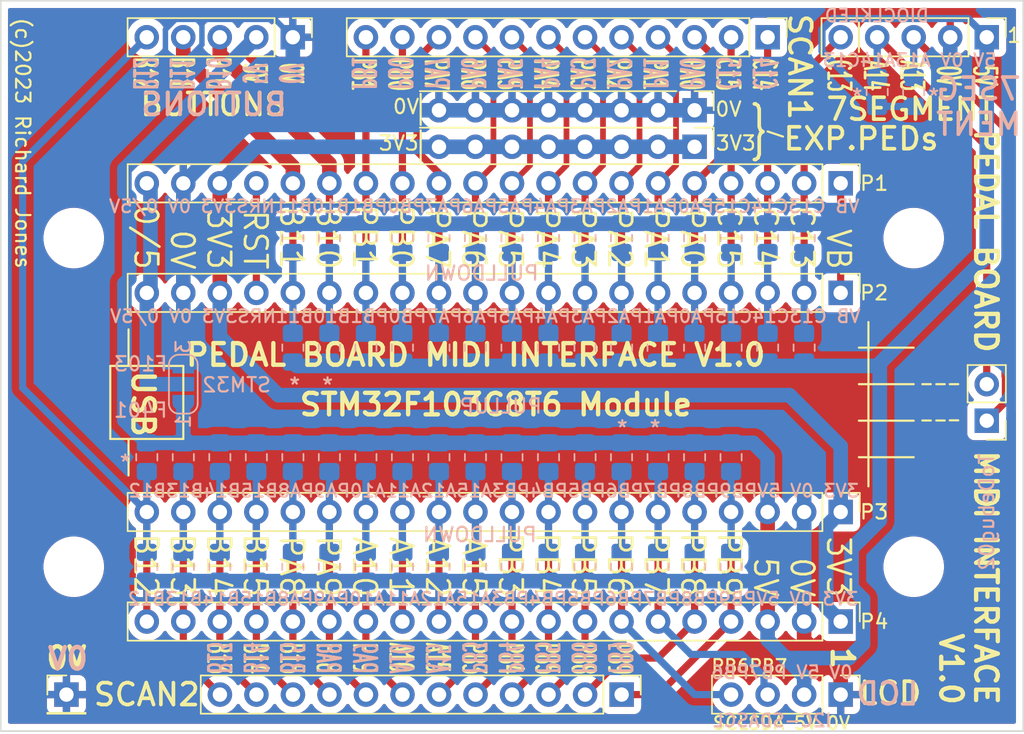
<source format=kicad_pcb>
(kicad_pcb (version 20211014) (generator pcbnew)
  (layers (0 "F.Cu" signal) (31 "B.Cu" signal) (34 "B.Paste" user) (35 "F.Paste" user) (36 "B.SilkS" user "B.Silkscreen") (37 "F.SilkS" user "F.Silkscreen") (38 "B.Mask" user) (39 "F.Mask" user) (44 "Edge.Cuts" user))
  (net 0 "")
  (net 1 "/_3V3")
  (net 2 "/_0V")
  (net 3 "/_5V")
  (net 4 "/B7")
  (net 5 "/B6")
  (net 6 "/_VBAT")
  (net 7 "/C13")
  (net 8 "/C14")
  (net 9 "/C15")
  (net 10 "/A0")
  (net 11 "/A1")
  (net 12 "/A2")
  (net 13 "/A3")
  (net 14 "/A4")
  (net 15 "/A5")
  (net 16 "/A6")
  (net 17 "/A7")
  (net 18 "/B0")
  (net 19 "/B1")
  (net 20 "/B10")
  (net 21 "/B11")
  (net 22 "/_NRST")
  (net 23 "Net-(P1-Pad20)")
  (net 24 "/B9")
  (net 25 "/B8")
  (net 26 "/B5")
  (net 27 "/B4")
  (net 28 "/B3")
  (net 29 "/A15")
  (net 30 "/A12")
  (net 31 "/A11")
  (net 32 "/A10")
  (net 33 "/A9")
  (net 34 "/A8")
  (net 35 "/B15")
  (net 36 "/B14")
  (net 37 "/B13")
  (net 38 "/B12")
  (net 39 "/A13")
  (net 40 "/A14")
  (footprint "Connector_PinHeader_2.54mm:PinHeader_1x20_P2.54mm_Vertical" (layer "F.Cu") (at 160.528 121.92 -90)
    (fp_text reference "P4")
    (fp_text value "Conn_01x20_Male" hide)
  )
  (footprint "Connector_PinHeader_2.54mm:PinHeader_1x04_P2.54mm_Vertical" (layer "F.Cu") (at 160.528 127 -90)
    (fp_text reference "LCD2" hide)
    (fp_text value "Conn_01x04_Male" hide)
  )
  (footprint "MountingHole:MountingHole_3.2mm_M3" (layer "F.Cu") (at 165.608 118.11 -90)
    (fp_text reference "H34" hide)
    (fp_text value "MountingHole" hide)
  )
  (footprint "Connector_PinHeader_2.54mm:PinHeader_1x20_P2.54mm_Vertical" (layer "F.Cu") (at 160.528 91.44 -90)
    (fp_text reference "P1")
    (fp_text value "Conn_01x20_Male" hide)
  )
  (footprint "Connector_PinHeader_2.54mm:PinHeader_1x20_P2.54mm_Vertical" (layer "F.Cu") (at 160.528 99.06 -90)
    (fp_text reference "P2")
    (fp_text value "Conn_01x20_Female" hide)
  )
  (footprint "Connector_PinHeader_2.54mm:PinHeader_1x08_P2.54mm_Vertical" (layer "F.Cu") (at 150.368 86.36 -90)
    (fp_text reference "V0" hide)
    (fp_text value "Conn_01x08_Male" hide)
  )
  (footprint "Connector_PinHeader_2.54mm:PinHeader_1x20_P2.54mm_Vertical" (layer "F.Cu") (at 160.528 114.3 -90)
    (fp_text reference "P3")
    (fp_text value "Conn_01x20_Female" hide)
  )
  (footprint "Connector_PinHeader_2.54mm:PinHeader_1x05_P2.54mm_Vertical" (layer "F.Cu") (at 122.423 81.28 -90)
    (fp_text reference "_Buttons1" hide)
    (fp_text value "Conn_01x05_Male" hide)
  )
  (footprint "Connector_PinHeader_2.54mm:PinHeader_1x08_P2.54mm_Vertical" (layer "F.Cu") (at 150.368 88.9 -90)
    (fp_text reference "3V3")
    (fp_text value "Conn_01x08_Male" hide)
  )
  (footprint "Connector_PinHeader_2.54mm:PinHeader_1x12_P2.54mm_Vertical" (layer "F.Cu") (at 155.448 81.28 -90)
    (fp_text reference "SCAN1" hide)
    (fp_text value "Conn_01x12_Male" hide)
  )
  (footprint "MountingHole:MountingHole_3.2mm_M3" (layer "F.Cu") (at 107.188 95.25 -90)
    (fp_text reference "H31" hide)
    (fp_text value "MountingHole" hide)
  )
  (footprint "MountingHole:MountingHole_3.2mm_M3" (layer "F.Cu") (at 165.608 95.25 -90)
    (fp_text reference "H32" hide)
    (fp_text value "MountingHole" hide)
  )
  (footprint "Connector_PinHeader_2.54mm:PinHeader_1x05_P2.54mm_Vertical" (layer "F.Cu") (at 170.688 81.28 -90)
    (fp_text reference "_SEG7" hide)
    (fp_text value "Conn_01x05_Male" hide)
  )
  (footprint "MountingHole:MountingHole_3.2mm_M3" (layer "F.Cu") (at 107.188 118.11 -90)
    (fp_text reference "H33" hide)
    (fp_text value "MountingHole" hide)
  )
  (footprint "Connector_PinHeader_2.54mm:PinHeader_1x01_P2.54mm_Vertical" (layer "F.Cu") (at 106.68 127)
    (fp_text reference "J0" hide)
    (fp_text value "Conn_01x01_Male" hide)
  )
  (footprint "Connector_PinHeader_2.54mm:PinHeader_1x12_P2.54mm_Vertical" (layer "F.Cu") (at 145.293 127 -90)
    (fp_text reference "SCAN2")
    (fp_text value "Conn_01x12_Male" hide)
  )
  (footprint "Connector_PinHeader_2.54mm:PinHeader_1x02_P2.54mm_Vertical" (layer "F.Cu") (at 170.688 107.95 180)
    (fp_text reference "ToDebug02")
    (fp_text value "Conn_01x02_Male" hide)
  )
  (footprint "Resistor_SMD:R_0805_2012Metric_Pad1.20x1.40mm_HandSolder" (layer "B.Cu") (at 152.908 118.11 90)
    (fp_text reference "RD48" hide)
    (fp_text value "4k7" hide)
  )
  (footprint "Resistor_SMD:R_0805_2012Metric_Pad1.20x1.40mm_HandSolder" (layer "B.Cu") (at 130.048 118.11 90)
    (fp_text reference "RD57" hide)
    (fp_text value "4k7" hide)
  )
  (footprint "Resistor_SMD:R_0805_2012Metric_Pad1.20x1.40mm_HandSolder" (layer "B.Cu") (at 124.968 95.25 -90)
    (fp_text reference "RD46" hide)
    (fp_text value "4k7" hide)
  )
  (footprint "Resistor_SMD:R_0805_2012Metric_Pad1.20x1.40mm_HandSolder" (layer "B.Cu") (at 124.968 110.49 -90)
    (fp_text reference "RU63" hide)
    (fp_text value "4k7" hide)
  )
  (footprint "Resistor_SMD:R_0805_2012Metric_Pad1.20x1.40mm_HandSolder" (layer "B.Cu") (at 150.368 102.87 90)
    (fp_text reference "RU38" hide)
    (fp_text value "4k7" hide)
  )
  (footprint "Resistor_SMD:R_0805_2012Metric_Pad1.20x1.40mm_HandSolder" (layer "B.Cu") (at 137.668 102.87 90)
    (fp_text reference "RU43" hide)
    (fp_text value "4k7" hide)
  )
  (footprint "Resistor_SMD:R_0805_2012Metric_Pad1.20x1.40mm_HandSolder" (layer "B.Cu") (at 127.508 118.11 90)
    (fp_text reference "RD58" hide)
    (fp_text value "4k7" hide)
  )
  (footprint "Resistor_SMD:R_0805_2012Metric_Pad1.20x1.40mm_HandSolder" (layer "B.Cu") (at 122.428 118.11 90)
    (fp_text reference "RD60" hide)
    (fp_text value "4k7" hide)
  )
  (footprint "Resistor_SMD:R_0805_2012Metric_Pad1.20x1.40mm_HandSolder" (layer "B.Cu") (at 132.588 95.25 -90)
    (fp_text reference "RD43" hide)
    (fp_text value "4k7" hide)
  )
  (footprint "Resistor_SMD:R_0805_2012Metric_Pad1.20x1.40mm_HandSolder" (layer "B.Cu") (at 147.828 118.11 90)
    (fp_text reference "RD50" hide)
    (fp_text value "4k7" hide)
  )
  (footprint "Resistor_SMD:R_0805_2012Metric_Pad1.20x1.40mm_HandSolder" (layer "B.Cu") (at 142.748 102.87 90)
    (fp_text reference "RU41" hide)
    (fp_text value "4k7" hide)
  )
  (footprint "Resistor_SMD:R_0805_2012Metric_Pad1.20x1.40mm_HandSolder" (layer "B.Cu") (at 145.288 102.87 90)
    (fp_text reference "RU40" hide)
    (fp_text value "4k7" hide)
  )
  (footprint "Resistor_SMD:R_0805_2012Metric_Pad1.20x1.40mm_HandSolder" (layer "B.Cu") (at 140.208 95.25 -90)
    (fp_text reference "RD40" hide)
    (fp_text value "4k7" hide)
  )
  (footprint "Resistor_SMD:R_0805_2012Metric_Pad1.20x1.40mm_HandSolder" (layer "B.Cu") (at 124.968 102.87 90)
    (fp_text reference "RU48" hide)
    (fp_text value "4k7*" hide)
  )
  (footprint "Resistor_SMD:R_0805_2012Metric_Pad1.20x1.40mm_HandSolder" (layer "B.Cu") (at 135.128 102.87 90)
    (fp_text reference "RU44" hide)
    (fp_text value "4k7" hide)
  )
  (footprint "Resistor_SMD:R_0805_2012Metric_Pad1.20x1.40mm_HandSolder" (layer "B.Cu") (at 114.808 118.11 90)
    (fp_text reference "RD63" hide)
    (fp_text value "4k7" hide)
  )
  (footprint "Resistor_SMD:R_0805_2012Metric_Pad1.20x1.40mm_HandSolder" (layer "B.Cu") (at 142.748 118.11 90)
    (fp_text reference "RD52" hide)
    (fp_text value "4k7" hide)
  )
  (footprint "Resistor_SMD:R_0805_2012Metric_Pad1.20x1.40mm_HandSolder" (layer "B.Cu") (at 150.368 95.25 -90)
    (fp_text reference "RD36" hide)
    (fp_text value "4k7" hide)
  )
  (footprint "Resistor_SMD:R_0805_2012Metric_Pad1.20x1.40mm_HandSolder" (layer "B.Cu") (at 137.668 110.49 -90)
    (fp_text reference "RU58" hide)
    (fp_text value "4k7" hide)
  )
  (footprint "Resistor_SMD:R_0805_2012Metric_Pad1.20x1.40mm_HandSolder" (layer "B.Cu") (at 112.268 118.11 90)
    (fp_text reference "RD64" hide)
    (fp_text value "4k7" hide)
  )
  (footprint "Resistor_SMD:R_0805_2012Metric_Pad1.20x1.40mm_HandSolder" (layer "B.Cu") (at 155.448 95.25 -90)
    (fp_text reference "RD34" hide)
    (fp_text value "4k7" hide)
  )
  (footprint "Resistor_SMD:R_0805_2012Metric_Pad1.20x1.40mm_HandSolder" (layer "B.Cu") (at 147.828 95.25 -90)
    (fp_text reference "RD37" hide)
    (fp_text value "4k7" hide)
  )
  (footprint "Resistor_SMD:R_0805_2012Metric_Pad1.20x1.40mm_HandSolder" (layer "B.Cu") (at 157.988 102.87 90)
    (fp_text reference "RU35" hide)
    (fp_text value "4k7" hide)
  )
  (footprint "Jumper:SolderJumper-3_P1.3mm_Open_RoundedPad1.0x1.5mm_NumberLabels" (layer "B.Cu") (at 114.808 105.41 90)
    (fp_text reference "_STM32" hide)
    (fp_text value "SolderJumper_3_Open" hide)
  )
  (footprint "Resistor_SMD:R_0805_2012Metric_Pad1.20x1.40mm_HandSolder" (layer "B.Cu") (at 112.268 110.49 -90)
    (fp_text reference "RU68" hide)
    (fp_text value "4k7*" hide)
  )
  (footprint "Resistor_SMD:R_0805_2012Metric_Pad1.20x1.40mm_HandSolder" (layer "B.Cu") (at 140.208 102.87 90)
    (fp_text reference "RU42" hide)
    (fp_text value "4k7" hide)
  )
  (footprint "Resistor_SMD:R_0805_2012Metric_Pad1.20x1.40mm_HandSolder" (layer "B.Cu") (at 127.508 102.87 90)
    (fp_text reference "RU47" hide)
    (fp_text value "4k7" hide)
  )
  (footprint "Resistor_SMD:R_0805_2012Metric_Pad1.20x1.40mm_HandSolder" (layer "B.Cu") (at 117.348 118.11 90)
    (fp_text reference "RD62" hide)
    (fp_text value "4k7" hide)
  )
  (footprint "Resistor_SMD:R_0805_2012Metric_Pad1.20x1.40mm_HandSolder" (layer "B.Cu") (at 163.068 85.09 90)
    (fp_text reference "RU51" hide)
    (fp_text value "4k7" hide)
  )
  (footprint "Resistor_SMD:R_0805_2012Metric_Pad1.20x1.40mm_HandSolder" (layer "B.Cu") (at 114.808 110.49 -90)
    (fp_text reference "RU67" hide)
    (fp_text value "4k7" hide)
  )
  (footprint "Resistor_SMD:R_0805_2012Metric_Pad1.20x1.40mm_HandSolder" (layer "B.Cu") (at 152.908 95.25 -90)
    (fp_text reference "RD35" hide)
    (fp_text value "4k7" hide)
  )
  (footprint "Resistor_SMD:R_0805_2012Metric_Pad1.20x1.40mm_HandSolder" (layer "B.Cu") (at 130.048 110.49 -90)
    (fp_text reference "RU61" hide)
    (fp_text value "4k7" hide)
  )
  (footprint "Resistor_SMD:R_0805_2012Metric_Pad1.20x1.40mm_HandSolder" (layer "B.Cu") (at 122.428 95.25 -90)
    (fp_text reference "RD47" hide)
    (fp_text value "4k7" hide)
  )
  (footprint "Resistor_SMD:R_0805_2012Metric_Pad1.20x1.40mm_HandSolder" (layer "B.Cu") (at 152.908 110.49 -90)
    (fp_text reference "RU52" hide)
    (fp_text value "4k7" hide)
  )
  (footprint "Resistor_SMD:R_0805_2012Metric_Pad1.20x1.40mm_HandSolder" (layer "B.Cu") (at 132.588 102.87 90)
    (fp_text reference "RU45" hide)
    (fp_text value "4k7" hide)
  )
  (footprint "Resistor_SMD:R_0805_2012Metric_Pad1.20x1.40mm_HandSolder" (layer "B.Cu") (at 117.348 110.49 -90)
    (fp_text reference "RU66" hide)
    (fp_text value "4k7")
  )
  (footprint "Resistor_SMD:R_0805_2012Metric_Pad1.20x1.40mm_HandSolder" (layer "B.Cu") (at 137.668 118.11 90)
    (fp_text reference "RD54" hide)
    (fp_text value "4k7" hide)
  )
  (footprint "Resistor_SMD:R_0805_2012Metric_Pad1.20x1.40mm_HandSolder" (layer "B.Cu") (at 127.508 110.49 -90)
    (fp_text reference "RU62" hide)
    (fp_text value "4k7" hide)
  )
  (footprint "Resistor_SMD:R_0805_2012Metric_Pad1.20x1.40mm_HandSolder" (layer "B.Cu") (at 119.888 118.11 90)
    (fp_text reference "RD61" hide)
    (fp_text value "4k7" hide)
  )
  (footprint "Resistor_SMD:R_0805_2012Metric_Pad1.20x1.40mm_HandSolder" (layer "B.Cu") (at 122.428 110.49 -90)
    (fp_text reference "RU64" hide)
    (fp_text value "4k7" hide)
  )
  (footprint "Resistor_SMD:R_0805_2012Metric_Pad1.20x1.40mm_HandSolder" (layer "B.Cu") (at 135.128 110.49 -90)
    (fp_text reference "RU59" hide)
    (fp_text value "4k7" hide)
  )
  (footprint "Resistor_SMD:R_0805_2012Metric_Pad1.20x1.40mm_HandSolder" (layer "B.Cu") (at 142.748 95.25 -90)
    (fp_text reference "RD39" hide)
    (fp_text value "4k7" hide)
  )
  (footprint "Resistor_SMD:R_0805_2012Metric_Pad1.20x1.40mm_HandSolder" (layer "B.Cu") (at 147.828 110.49 -90)
    (fp_text reference "RU54" hide)
    (fp_text value "4k7*" hide)
  )
  (footprint "Resistor_SMD:R_0805_2012Metric_Pad1.20x1.40mm_HandSolder" (layer "B.Cu") (at 165.608 85.09 90)
    (fp_text reference "RU50" hide)
    (fp_text value "4k7" hide)
  )
  (footprint "Resistor_SMD:R_0805_2012Metric_Pad1.20x1.40mm_HandSolder" (layer "B.Cu") (at 155.448 102.87 90)
    (fp_text reference "RU36" hide)
    (fp_text value "4k7" hide)
  )
  (footprint "Resistor_SMD:R_0805_2012Metric_Pad1.20x1.40mm_HandSolder" (layer "B.Cu") (at 152.908 102.87 90)
    (fp_text reference "RU37" hide)
    (fp_text value "4k7" hide)
  )
  (footprint "Resistor_SMD:R_0805_2012Metric_Pad1.20x1.40mm_HandSolder" (layer "B.Cu") (at 132.588 118.11 90)
    (fp_text reference "RD56" hide)
    (fp_text value "4k7" hide)
  )
  (footprint "Resistor_SMD:R_0805_2012Metric_Pad1.20x1.40mm_HandSolder" (layer "B.Cu") (at 150.368 110.49 -90)
    (fp_text reference "RU53" hide)
    (fp_text value "4k7" hide)
  )
  (footprint "Resistor_SMD:R_0805_2012Metric_Pad1.20x1.40mm_HandSolder" (layer "B.Cu") (at 122.428 102.87 90)
    (fp_text reference "RU49" hide)
    (fp_text value "4k7*" hide)
  )
  (footprint "Resistor_SMD:R_0805_2012Metric_Pad1.20x1.40mm_HandSolder" (layer "B.Cu") (at 145.288 110.49 -90)
    (fp_text reference "RU55" hide)
    (fp_text value "4k7*" hide)
  )
  (footprint "Resistor_SMD:R_0805_2012Metric_Pad1.20x1.40mm_HandSolder" (layer "B.Cu") (at 124.968 118.11 90)
    (fp_text reference "RD59" hide)
    (fp_text value "4k7" hide)
  )
  (footprint "Resistor_SMD:R_0805_2012Metric_Pad1.20x1.40mm_HandSolder" (layer "B.Cu") (at 137.668 95.25 -90)
    (fp_text reference "RD41" hide)
    (fp_text value "4k7" hide)
  )
  (footprint "Resistor_SMD:R_0805_2012Metric_Pad1.20x1.40mm_HandSolder" (layer "B.Cu") (at 135.128 95.25 -90)
    (fp_text reference "RD42" hide)
    (fp_text value "4k7" hide)
  )
  (footprint "Resistor_SMD:R_0805_2012Metric_Pad1.20x1.40mm_HandSolder" (layer "B.Cu") (at 119.888 110.49 -90)
    (fp_text reference "RU65" hide)
    (fp_text value "4k7" hide)
  )
  (footprint "Resistor_SMD:R_0805_2012Metric_Pad1.20x1.40mm_HandSolder" (layer "B.Cu") (at 130.048 102.87 90)
    (fp_text reference "RU46" hide)
    (fp_text value "4k7" hide)
  )
  (footprint "Resistor_SMD:R_0805_2012Metric_Pad1.20x1.40mm_HandSolder" (layer "B.Cu") (at 142.748 110.49 -90)
    (fp_text reference "RU56" hide)
    (fp_text value "4k7" hide)
  )
  (footprint "Resistor_SMD:R_0805_2012Metric_Pad1.20x1.40mm_HandSolder" (layer "B.Cu") (at 130.048 95.25 -90)
    (fp_text reference "RD44" hide)
    (fp_text value "4k7" hide)
  )
  (footprint "Resistor_SMD:R_0805_2012Metric_Pad1.20x1.40mm_HandSolder" (layer "B.Cu") (at 150.368 118.11 90)
    (fp_text reference "RD49" hide)
    (fp_text value "4k7" hide)
  )
  (footprint "Resistor_SMD:R_0805_2012Metric_Pad1.20x1.40mm_HandSolder" (layer "B.Cu") (at 145.288 95.25 -90)
    (fp_text reference "RD38" hide)
    (fp_text value "4k7")
  )
  (footprint "Resistor_SMD:R_0805_2012Metric_Pad1.20x1.40mm_HandSolder" (layer "B.Cu") (at 140.208 110.49 -90)
    (fp_text reference "RU57" hide)
    (fp_text value "4k7" hide)
  )
  (footprint "Resistor_SMD:R_0805_2012Metric_Pad1.20x1.40mm_HandSolder" (layer "B.Cu") (at 140.208 118.11 90)
    (fp_text reference "RD53" hide)
    (fp_text value "4k7" hide)
  )
  (footprint "Resistor_SMD:R_0805_2012Metric_Pad1.20x1.40mm_HandSolder" (layer "B.Cu") (at 127.508 95.25 -90)
    (fp_text reference "RD45" hide)
    (fp_text value "4k7" hide)
  )
  (footprint "Resistor_SMD:R_0805_2012Metric_Pad1.20x1.40mm_HandSolder" (layer "B.Cu") (at 132.588 110.49 -90)
    (fp_text reference "RU60" hide)
    (fp_text value "4k7" hide)
  )
  (footprint "Resistor_SMD:R_0805_2012Metric_Pad1.20x1.40mm_HandSolder" (layer "B.Cu") (at 145.288 118.11 90)
    (fp_text reference "RD51" hide)
    (fp_text value "4k7" hide)
  )
  (footprint "Resistor_SMD:R_0805_2012Metric_Pad1.20x1.40mm_HandSolder" (layer "B.Cu") (at 135.128 118.11 90)
    (fp_text reference "RD55" hide)
    (fp_text value "4k7" hide)
  )
  (footprint "Resistor_SMD:R_0805_2012Metric_Pad1.20x1.40mm_HandSolder" (layer "B.Cu") (at 157.988 95.25 -90)
    (fp_text reference "RD33" hide)
    (fp_text value "4k7" hide)
  )
  (footprint "Resistor_SMD:R_0805_2012Metric_Pad1.20x1.40mm_HandSolder" (layer "B.Cu") (at 147.828 102.87 90)
    (fp_text reference "RU39" hide)
    (fp_text value "4k7" hide)
  )
  (gr_line (start 166.207 105.41) (end 166.797 105.41) (layer "F.SilkS") (width 0.15))
  (gr_line (start 168.1168 105.41) (end 168.7068 105.41) (layer "F.SilkS") (width 0.15))
  (gr_line (start 110.998 109.22) (end 110.998 111.76) (layer "F.SilkS") (width 0.15))
  (gr_line (start 161.798 107.95) (end 165.608 107.95) (layer "F.SilkS") (width 0.15))
  (gr_line (start 109.728 104.14) (end 114.808 104.14) (layer "F.SilkS") (width 0.15))
  (gr_line (start 155.448 87.8332) (end 156.5148 88.1888) (layer "F.SilkS") (width 0.15))
  (gr_line (start 131.318 87.757) (end 131.318 89.916) (layer "F.SilkS") (width 0.15))
  (gr_line (start 167.177 105.41) (end 167.767 105.41) (layer "F.SilkS") (width 0.15))
  (gr_line (start 109.728 109.22) (end 109.728 104.14) (layer "F.SilkS") (width 0.15))
  (gr_line (start 168.1168 107.9246) (end 168.7068 107.9246) (layer "F.SilkS") (width 0.15))
  (gr_line (start 161.798 80.264) (end 161.798 82.296) (layer "F.SilkS") (width 0.15))
  (gr_line (start 161.798 102.87) (end 165.608 102.87) (layer "F.SilkS") (width 0.15))
  (gr_line (start 131.318 85.217) (end 131.318 87.376) (layer "F.SilkS") (width 0.15))
  (gr_line (start 109.728 109.22) (end 114.808 109.22) (layer "F.SilkS") (width 0.15))
  (gr_line (start 167.767 107.937066) (end 167.177 107.937066) (layer "F.SilkS") (width 0.15))
  (gr_line (start 162.459134 101.087934) (end 162.459134 112.517934) (layer "F.SilkS") (width 0.15))
  (gr_line (start 161.798 110.49) (end 165.608 110.49) (layer "F.SilkS") (width 0.15))
  (gr_line (start 161.798 105.41) (end 165.608 105.41) (layer "F.SilkS") (width 0.15))
  (gr_line (start 110.998 101.6) (end 110.998 104.14) (layer "F.SilkS") (width 0.15))
  (gr_line (start 166.797 107.937066) (end 166.207 107.937066) (layer "F.SilkS") (width 0.15))
  (gr_line (start 114.808 104.14) (end 114.808 109.22) (layer "F.SilkS") (width 0.15))
  (gr_rect (start 102.108 78.74) (end 173.228 129.54) (layer "Edge.Cuts") (width 0.1) (fill none))
  (gr_text "PULLUP" (at 136.8806 106.934) (layer "B.SilkS") (effects (font (size 1 1)) (justify mirror)))
  (gr_text "PB9\nPB8\nPB5\nPB4\nPB3\nA15\nA10\nPA9\nPA8\nB15\nB14\nB13" (at 131.2164 125.6284 -90) (layer "B.SilkS") (effects (font (size 1.5748 0.7366) (thickness 0.18415)) (justify left mirror)))
  (gr_text "0V" (at 106.7816 124.5108) (layer "B.SilkS") (effects (font (size 1.5 1.5) (thickness 0.3)) (justify mirror)))
  (gr_text "0V\n5V\nB10\nB11\nB12" (at 117.1956 83.82 -90) (layer "B.SilkS") (effects (font (size 1.5748 0.762) (thickness 0.1905)) (justify mirror)))
  (gr_text "*" (at 110.7694 110.8456) (layer "B.SilkS") (effects (font (size 1 1)) (justify mirror)))
  (gr_text "F103\n\nF401" (at 111.8362 105.6132) (layer "B.SilkS") (effects (font (size 1 1)) (justify mirror)))
  (gr_text "3V3 0V 5VPB9PB8PB7PB6PB5PB4PB3A15A12A11A10PA9PA8B15B14B13B12" (at 136.3472 120.3452) (layer "B.SilkS") (effects (font (size 0.889 0.893064)) (justify mirror)))
  (gr_text "5V 0V A13A14C13" (at 165.3286 82.8802) (layer "B.SilkS") (effects (font (size 0.889 0.889) (thickness 0.1524)) (justify mirror)))
  (gr_text "0V 5V PB7PB6" (at 156.4386 125.4506) (layer "B.SilkS") (effects (font (size 0.889 0.889) (thickness 0.1524)) (justify mirror)))
  (gr_text "VB C13C14C15PA0PA1PA2PA3PA4PA5PA6PA7PB0PB1B10B11NRS3V3 0V 0/5V" (at 135.7376 93.0402) (layer "B.SilkS") (effects (font (size 0.889 0.893064)) (justify mirror)))
  (gr_text "STM32" (at 118.5164 105.4608) (layer "B.SilkS") (effects (font (size 1 1)) (justify mirror)))
  (gr_text "7SEG\nMENT" (at 170.1292 86.106) (layer "B.SilkS") (effects (font (size 1.524 1.524) (thickness 0.254)) (justify mirror)))
  (gr_text "DIOCLKLED" (at 163.0426 79.7814) (layer "B.SilkS") (effects (font (size 0.889 0.89916) (thickness 0.1524)) (justify mirror)))
  (gr_text "*  *" (at 146.4818 108.458) (layer "B.SilkS") (effects (font (size 1 1)) (justify mirror)))
  (gr_text "PULLDOWN" (at 135.4328 115.8748) (layer "B.SilkS") (effects (font (size 1 1)) (justify mirror)))
  (gr_text "BUTTONS" (at 116.9416 85.9536) (layer "B.SilkS") (effects (font (size 1.524 1.524) (thickness 0.254)) (justify mirror)))
  (gr_text "I2C-SDASCL" (at 155.7782 128.8034) (layer "B.SilkS") (effects (font (size 0.889 0.889) (thickness 0.1524)) (justify mirror)))
  (gr_text "*  *" (at 123.698 105.4862) (layer "B.SilkS") (effects (font (size 1 1)) (justify mirror)))
  (gr_text "*      *" (at 164.338 85.3948) (layer "B.SilkS") (effects (font (size 1 1)) (justify mirror)))
  (gr_text "LCD" (at 163.7792 126.9492) (layer "B.SilkS") (effects (font (size 1.524 1.524) (thickness 0.254)) (justify mirror)))
  (gr_text "3V3 0V 5VPB9PB8PB7PB6PB5PB4PB3A15A12A11A10PA9PA8B15B14B13B12" (at 136.398 112.8268) (layer "B.SilkS") (effects (font (size 0.889 0.893064)) (justify mirror)))
  (gr_text "C14\nC15\nPA0\nPA1\nPA2\nPA3\nPA4\nPA5\nPA6\nPA7\nPB0\nPB1" (at 141.2748 83.7692 -90) (layer "B.SilkS") (effects (font (size 1.5748 0.762) (thickness 0.1905)) (justify mirror)))
  (gr_text "PULLDOWN" (at 135.5598 97.6884) (layer "B.SilkS") (effects (font (size 1 1)) (justify mirror)))
  (gr_text "VB C13C14C15PA0PA1PA2PA3PA4PA5PA6PA7PB0PB1B10B11NRS3V3 0V 0/5V" (at 135.8138 100.6856) (layer "B.SilkS") (effects (font (size 0.889 0.893064)) (justify mirror)))
  (gr_text "3V3\n0V\n5V\nPB9\nPB8\nPB7\nPB6\nPB5\nPB4\nPB3\nA15\nA12\nA11\nA10\nPA9\nPA8\nB15\nB14\nB13\nB12" (at 136.2964 120.3452 -90) (layer "F.SilkS") (effects (font (size 1.5748 1.524) (thickness 0.1905)) (justify right)))
  (gr_text "BUTTONS" (at 116.8908 85.9536) (layer "F.SilkS") (effects (font (size 1.524 1.524) (thickness 0.254))))
  (gr_text "1" (at 160.655 124.46 270) (layer "F.SilkS") (effects (font (size 1.5 1.5) (thickness 0.3))))
  (gr_text "SCAN1" (at 157.6832 83.3374 -90) (layer "F.SilkS") (effects (font (size 1.524 1.524) (thickness 0.254))))
  (gr_text "7SEGMENT" (at 165.4048 86.2838) (layer "F.SilkS") (effects (font (size 1.524 1.524) (thickness 0.254))))
  (gr_text "PEDAL BOARD      MIDI INTERFACE\nV1.0" (at 169.418 127.8636 270) (layer "F.SilkS") (effects (font (size 1.508 1.508) (thickness 0.29972)) (justify right)))
  (gr_text "3V3" (at 129.794 88.646) (layer "F.SilkS") (effects (font (size 1 1))))
  (gr_text "PEDAL BOARD MIDI INTERFACE V1.0" (at 155.448 103.378) (layer "F.SilkS") (effects (font (size 1.508 1.508) (thickness 0.29972)) (justify right)))
  (gr_text "LCD" (at 163.9824 126.8984) (layer "F.SilkS") (effects (font (size 1.524 1.524) (thickness 0.254))))
  (gr_text "EXP.PEDs" (at 161.9504 88.3412) (layer "F.SilkS") (effects (font (size 1.524 1.524) (thickness 0.254))))
  (gr_text "0V" (at 106.68 124.46) (layer "F.SilkS") (effects (font (size 1.5 1.5) (thickness 0.3))))
  (gr_text "5V\n0V\nA13\nA14\nC13" (at 165.481 83.947 -90) (layer "F.SilkS") (effects (font (size 1.5748 0.762) (thickness 0.1905))))
  (gr_text "0V\n5V\nB10\nB11\nB12" (at 117.221 83.7692 -90) (layer "F.SilkS") (effects (font (size 1.5748 0.762) (thickness 0.1905))))
  (gr_text "0V" (at 130.302 86.106) (layer "F.SilkS") (effects (font (size 1 1))))
  (gr_text "SCLSDA 5V 0V" (at 156.4132 128.9812) (layer "F.SilkS") (effects (font (size 0.889 0.889) (thickness 0.1524))))
  (gr_text "(c)2023 Richard Jones" (at 103.632 88.646 270) (layer "F.SilkS") (effects (font (size 1 1))))
  (gr_text "C14\nC15\nPA0\nPA1\nPA2\nPA3\nPA4\nPA5\nPA6\nPA7\nPB0\nPB1" (at 141.2748 83.8708 -90) (layer "F.SilkS") (effects (font (size 1.5748 0.762) (thickness 0.1905))))
  (gr_text "}" (at 154.8638 87.6554) (layer "F.SilkS") (effects (font (size 2.54 1.778) (thickness 0.254))))
  (gr_text "PB9\nPB8\nPB5\nPB4\nPB3\nA15\nA10\nPA9\nPA8\nB15\nB14\nB13" (at 131.2164 123.2916 -90) (layer "F.SilkS") (effects (font (size 1.5748 0.7366) (thickness 0.18415)) (justify left)))
  (gr_text "1" (at 172.593 81.153) (layer "F.SilkS") (effects (font (size 1 1))))
  (gr_text "VB\nC13\nC14\nC15\nPA0\nPA1\nPA2\nPA3\nPA4\nPA5\nPA6\nPA7\nPB0\nPB1\nB10\nB11\nRST\n3V3\n0V\n0/5" (at 136.2964 97.5614 -90) (layer "F.SilkS") (effects (font (size 1.5748 1.524) (thickness 0.1905)) (justify right)))
  (gr_text "STM32F103C8T6 Module" (at 136.5504 106.8324) (layer "F.SilkS") (effects (font (size 1.5 1.5) (thickness 0.3))))
  (gr_text "USB" (at 112.014 106.7816 270) (layer "F.SilkS") (effects (font (size 1.5 1.5) (thickness 0.3))))
  (gr_text "PB6PB7" (at 154.178 125.0188) (layer "F.SilkS") (effects (font (size 0.889 0.889) (thickness 0.1524))))
  (gr_text "0V" (at 152.7302 86.2838) (layer "F.SilkS") (effects (font (size 1 1))))
  (segment (start 117.348 91.44) (end 117.348 99.06) (width 1.016) (layer "F.Cu") (net 1))
  (segment (start 159.512 120.904) (end 160.528 121.92) (width 1.016) (layer "B.Cu") (net 1))
  (segment (start 150.368 88.9) (end 119.888 88.9) (width 1.016) (layer "B.Cu") (net 1))
  (segment (start 119.888 88.9) (end 117.348 91.44) (width 1.016) (layer "B.Cu") (net 1))
  (segment (start 156.972 106.172) (end 160.528 109.728) (width 1.016) (layer "B.Cu") (net 1))
  (segment (start 117.348 99.06) (end 117.348 102.108) (width 1.016) (layer "B.Cu") (net 1))
  (segment (start 159.512 115.316) (end 159.512 120.904) (width 1.016) (layer "B.Cu") (net 1))
  (segment (start 160.528 114.3) (end 159.512 115.316) (width 1.016) (layer "B.Cu") (net 1))
  (segment (start 160.528 109.728) (end 160.528 114.3) (width 1.016) (layer "B.Cu") (net 1))
  (segment (start 121.412 106.172) (end 156.972 106.172) (width 1.016) (layer "B.Cu") (net 1))
  (segment (start 117.348 102.108) (end 121.412 106.172) (width 1.016) (layer "B.Cu") (net 1))
  (segment (start 157.988 121.92) (end 157.988 123.19) (width 1.016) (layer "F.Cu") (net 2))
  (segment (start 160.528 125.73) (end 160.528 127) (width 1.016) (layer "F.Cu") (net 2))
  (segment (start 157.988 123.19) (end 160.528 125.73) (width 1.016) (layer "F.Cu") (net 2))
  (segment (start 114.808 93.98) (end 114.808 91.44) (width 1.016) (layer "B.Cu") (net 2))
  (segment (start 157.988 114.3) (end 157.988 121.92) (width 1.016) (layer "B.Cu") (net 2))
  (segment (start 157.988 115.57) (end 154.448 119.11) (width 1.016) (layer "B.Cu") (net 2))
  (segment (start 114.808 101.6) (end 117.348 104.14) (width 1.016) (layer "B.Cu") (net 2))
  (segment (start 115.078 94.25) (end 114.808 93.98) (width 1.016) (layer "B.Cu") (net 2))
  (segment (start 162.085511 92.422489) (end 162.085511 92.997511) (width 1.016) (layer "B.Cu") (net 2))
  (segment (start 117.348 107.696) (end 155.194 107.696) (width 1.016) (layer "B.Cu") (net 2))
  (segment (start 157.988 94.25) (end 115.078 94.25) (width 1.016) (layer "B.Cu") (net 2))
  (segment (start 117.348 104.14) (end 117.348 107.696) (width 1.016) (layer "B.Cu") (net 2))
  (segment (start 122.423 83.825) (end 122.423 81.28) (width 1.016) (layer "B.Cu") (net 2))
  (segment (start 157.988 114.3) (end 157.988 115.57) (width 1.016) (layer "B.Cu") (net 2))
  (segment (start 109.982 86.868) (end 113.562989 83.287011) (width 0.381) (layer "B.Cu") (net 2))
  (segment (start 119.888 86.36) (end 150.368 86.36) (width 1.016) (layer "B.Cu") (net 2))
  (segment (start 113.562989 80.747011) (end 114.270011 80.039989) (width 0.381) (layer "B.Cu") (net 2))
  (segment (start 160.833022 94.25) (end 157.988 94.25) (width 1.016) (layer "B.Cu") (net 2))
  (segment (start 114.808 91.44) (end 119.888 86.36) (width 1.016) (layer "B.Cu") (net 2))
  (segment (start 119.888 86.36) (end 122.423 83.825) (width 1.016) (layer "B.Cu") (net 2))
  (segment (start 168.148 86.36) (end 162.085511 92.422489) (width 1.016) (layer "B.Cu") (net 2))
  (segment (start 114.270011 80.039989) (end 116.361989 80.039989) (width 0.381) (layer "B.Cu") (net 2))
  (segment (start 116.102989 81.79363) (end 116.102989 80.298989) (width 0.381) (layer "B.Cu") (net 2))
  (segment (start 116.102989 80.298989) (end 116.361989 80.039989) (width 0.381) (layer "B.Cu") (net 2))
  (segment (start 111.028619 86.868) (end 116.102989 81.79363) (width 0.381) (layer "B.Cu") (net 2))
  (segment (start 113.562989 83.287011) (end 113.562989 80.747011) (width 0.381) (layer "B.Cu") (net 2))
  (segment (start 155.194 107.696) (end 157.988 110.49) (width 1.016) (layer "B.Cu") (net 2))
  (segment (start 154.448 119.11) (end 112.268 119.11) (width 1.016) (layer "B.Cu") (net 2))
  (segment (start 121.182989 80.039989) (end 122.423 81.28) (width 0.381) (layer "B.Cu") (net 2))
  (segment (start 114.808 101.6) (end 114.808 104.11) (width 1.016) (layer "B.Cu") (net 2))
  (segment (start 114.808 91.44) (end 114.808 99.06) (width 1.016) (layer "B.Cu") (net 2))
  (segment (start 168.148 81.28) (end 168.148 86.36) (width 1.016) (layer "B.Cu") (net 2))
  (segment (start 157.988 110.49) (end 157.988 114.3) (width 1.016) (layer "B.Cu") (net 2))
  (segment (start 116.361989 80.039989) (end 121.182989 80.039989) (width 0.381) (layer "B.Cu") (net 2))
  (segment (start 109.982 86.868) (end 111.028619 86.868) (width 0.381) (layer "B.Cu") (net 2))
  (segment (start 162.085511 92.997511) (end 160.833022 94.25) (width 1.016) (layer "B.Cu") (net 2))
  (segment (start 114.808 99.06) (end 114.808 101.6) (width 1.016) (layer "B.Cu") (net 2))
  (segment (start 155.448 114.3) (end 155.448 121.92) (width 1.016) (layer "F.Cu") (net 3))
  (segment (start 155.448 114.3) (end 155.448 110.49) (width 1.016) (layer "B.Cu") (net 3))
  (segment (start 163.250479 103.957521) (end 163.250479 114.879521) (width 1.016) (layer "B.Cu") (net 3))
  (segment (start 155.448 123.19) (end 156.718 124.46) (width 1.016) (layer "B.Cu") (net 3))
  (segment (start 162.085511 123.477511) (end 161.103022 124.46) (width 1.016) (layer "B.Cu") (net 3))
  (segment (start 114.808 106.71) (end 114.808 109.49) (width 1.016) (layer "B.Cu") (net 3))
  (segment (start 161.29 116.84) (end 161.29 119.566978) (width 1.016) (layer "B.Cu") (net 3))
  (segment (start 122.698 104.14) (end 122.428 103.87) (width 1.016) (layer "B.Cu") (net 3))
  (segment (start 165.608 86.09) (end 163.068 86.09) (width 0.5) (layer "B.Cu") (net 3))
  (segment (start 110.710489 107.932489) (end 112.268 109.49) (width 1.016) (layer "B.Cu") (net 3))
  (segment (start 110.710489 92.085143) (end 111.05248 92.427134) (width 1.016) (layer "B.Cu") (net 3))
  (segment (start 161.103022 124.46) (end 156.718 124.46) (width 1.016) (layer "B.Cu") (net 3))
  (segment (start 159.228489 80.741724) (end 159.989724 79.980489) (width 0.5) (layer "B.Cu") (net 3))
  (segment (start 110.710489 90.452511) (end 110.710489 92.085143) (width 1.016) (layer "B.Cu") (net 3))
  (segment (start 111.05248 92.427134) (end 111.05248 98.072866) (width 1.016) (layer "B.Cu") (net 3))
  (segment (start 155.448 110.49) (end 154.448 109.49) (width 1.016) (layer "B.Cu") (net 3))
  (segment (start 161.29 119.566978) (end 162.085511 120.362489) (width 1.016) (layer "B.Cu") (net 3))
  (segment (start 159.989724 79.980489) (end 169.388489 79.980489) (width 0.5) (layer "B.Cu") (net 3))
  (segment (start 154.448 109.49) (end 152.908 109.49) (width 1.016) (layer "B.Cu") (net 3))
  (segment (start 163.068 104.14) (end 122.698 104.14) (width 1.016) (layer "B.Cu") (net 3))
  (segment (start 110.710489 98.414857) (end 110.710489 107.932489) (width 1.016) (layer "B.Cu") (net 3))
  (segment (start 152.908 109.49) (end 112.268 109.49) (width 1.016) (layer "B.Cu") (net 3))
  (segment (start 169.388489 79.980489) (end 170.688 81.28) (width 0.5) (layer "B.Cu") (net 3))
  (segment (start 163.068 86.09) (end 159.228489 82.250489) (width 0.5) (layer "B.Cu") (net 3))
  (segment (start 170.688 81.28) (end 170.688 96.52) (width 1.016) (layer "B.Cu") (net 3))
  (segment (start 170.688 96.52) (end 163.250479 103.957521) (width 1.016) (layer "B.Cu") (net 3))
  (segment (start 155.448 121.92) (end 155.448 123.19) (width 1.016) (layer "B.Cu") (net 3))
  (segment (start 119.883 81.28) (end 110.710489 90.452511) (width 1.016) (layer "B.Cu") (net 3))
  (segment (start 156.718 124.46) (end 157.988 125.73) (width 1.016) (layer "B.Cu") (net 3))
  (segment (start 111.05248 98.072866) (end 110.710489 98.414857) (width 1.016) (layer "B.Cu") (net 3))
  (segment (start 159.228489 82.250489) (end 159.228489 80.741724) (width 0.5) (layer "B.Cu") (net 3))
  (segment (start 157.988 125.73) (end 157.988 127) (width 1.016) (layer "B.Cu") (net 3))
  (segment (start 162.085511 120.362489) (end 162.085511 123.477511) (width 1.016) (layer "B.Cu") (net 3))
  (segment (start 163.250479 114.879521) (end 161.29 116.84) (width 1.016) (layer "B.Cu") (net 3))
  (segment (start 147.828 121.92) (end 147.828 114.3) (width 0.5) (layer "F.Cu") (net 4))
  (segment (start 147.828 121.92) (end 150.114 124.206) (width 0.5) (layer "B.Cu") (net 4))
  (segment (start 155.194 126.746) (end 155.448 127) (width 0.5) (layer "B.Cu") (net 4))
  (segment (start 153.67 124.206) (end 155.194 125.73) (width 0.5) (layer "B.Cu") (net 4))
  (segment (start 155.194 125.73) (end 155.194 126.746) (width 0.5) (layer "B.Cu") (net 4))
  (segment (start 147.828 111.49) (end 147.828 117.11) (width 0.5) (layer "B.Cu") (net 4))
  (segment (start 150.114 124.206) (end 153.67 124.206) (width 0.5) (layer "B.Cu") (net 4))
  (segment (start 145.288 114.3) (end 145.288 121.92) (width 0.5) (layer "F.Cu") (net 5))
  (segment (start 145.288 117.11) (end 145.288 111.49) (width 0.5) (layer "B.Cu") (net 5))
  (segment (start 145.288 121.92) (end 150.368 127) (width 0.5) (layer "B.Cu") (net 5))
  (segment (start 150.368 127) (end 152.908 127) (width 0.5) (layer "B.Cu") (net 5))
  (segment (start 160.528 91.44) (end 160.528 99.06) (width 0.5) (layer "F.Cu") (net 6))
  (segment (start 157.988 83.82) (end 160.528 81.28) (width 0.5) (layer "F.Cu") (net 7))
  (segment (start 157.988 91.44) (end 157.988 83.82) (width 0.5) (layer "F.Cu") (net 7))
  (segment (start 157.988 91.44) (end 157.988 99.06) (width 0.5) (layer "F.Cu") (net 7))
  (segment (start 157.988 101.87) (end 157.988 96.25) (width 0.5) (layer "B.Cu") (net 7))
  (segment (start 155.448 91.44) (end 155.448 99.06) (width 0.5) (layer "F.Cu") (net 8))
  (segment (start 155.448 81.28) (end 155.448 91.44) (width 0.5) (layer "F.Cu") (net 8))
  (segment (start 155.448 96.25) (end 155.448 101.87) (width 0.5) (layer "B.Cu") (net 8))
  (segment (start 152.908 93.218) (end 152.908 99.06) (width 0.5) (layer "F.Cu") (net 9))
  (segment (start 152.908 91.44) (end 152.908 93.218) (width 0.5) (layer "F.Cu") (net 9))
  (segment (start 152.908 81.28) (end 152.908 93.218) (width 0.5) (layer "F.Cu") (net 9))
  (segment (start 152.908 101.87) (end 152.908 96.25) (width 0.5) (layer "B.Cu") (net 9))
  (segment (start 150.368 91.44) (end 150.368 99.06) (width 0.5) (layer "F.Cu") (net 10))
  (segment (start 152.146 83.058) (end 152.146 89.662) (width 0.5) (layer "F.Cu") (net 10))
  (segment (start 150.368 81.28) (end 152.146 83.058) (width 0.5) (layer "F.Cu") (net 10))
  (segment (start 152.146 89.662) (end 150.368 91.44) (width 0.5) (layer "F.Cu") (net 10))
  (segment (start 150.368 96.25) (end 150.368 101.87) (width 0.5) (layer "B.Cu") (net 10))
  (segment (start 147.828 91.44) (end 147.828 99.06) (width 0.5) (layer "F.Cu") (net 11))
  (segment (start 147.828 81.28) (end 149.077511 82.529511) (width 0.4) (layer "F.Cu") (net 11))
  (segment (start 149.077511 82.529511) (end 149.077511 90.190489) (width 0.4) (layer "F.Cu") (net 11))
  (segment (start 149.077511 90.190489) (end 147.828 91.44) (width 0.4) (layer "F.Cu") (net 11))
  (segment (start 147.828 101.87) (end 147.828 96.25) (width 0.5) (layer "B.Cu") (net 11))
  (segment (start 145.288 91.44) (end 145.288 99.06) (width 0.5) (layer "F.Cu") (net 12))
  (segment (start 145.288 81.28) (end 146.537511 82.529511) (width 0.4) (layer "F.Cu") (net 12))
  (segment (start 146.537511 82.529511) (end 146.537511 90.190489) (width 0.4) (layer "F.Cu") (net 12))
  (segment (start 146.537511 90.190489) (end 145.288 91.44) (width 0.4) (layer "F.Cu") (net 12))
  (segment (start 145.288 96.25) (end 145.288 101.87) (width 0.5) (layer "B.Cu") (net 12))
  (segment (start 142.748 81.28) (end 143.997511 82.529511) (width 0.4) (layer "F.Cu") (net 13))
  (segment (start 143.997511 82.529511) (end 143.997511 90.190489) (width 0.4) (layer "F.Cu") (net 13))
  (segment (start 142.748 91.44) (end 142.748 99.06) (width 0.5) (layer "F.Cu") (net 13))
  (segment (start 143.997511 90.190489) (end 142.748 91.44) (width 0.4) (layer "F.Cu") (net 13))
  (segment (start 142.748 96.25) (end 142.748 101.87) (width 0.5) (layer "B.Cu") (net 13))
  (segment (start 140.208 91.44) (end 140.208 99.06) (width 0.5) (layer "F.Cu") (net 14))
  (segment (start 141.457511 90.190489) (end 140.208 91.44) (width 0.4) (layer "F.Cu") (net 14))
  (segment (start 141.457511 82.529511) (end 141.457511 90.190489) (width 0.4) (layer "F.Cu") (net 14))
  (segment (start 140.208 81.28) (end 141.457511 82.529511) (width 0.4) (layer "F.Cu") (net 14))
  (segment (start 140.208 96.25) (end 140.208 101.87) (width 0.5) (layer "B.Cu") (net 14))
  (segment (start 137.668 99.06) (end 137.668 91.44) (width 0.5) (layer "F.Cu") (net 15))
  (segment (start 138.917511 82.529511) (end 138.917511 90.190489) (width 0.4) (layer "F.Cu") (net 15))
  (segment (start 138.917511 90.190489) (end 137.668 91.44) (width 0.4) (layer "F.Cu") (net 15))
  (segment (start 137.668 81.28) (end 138.917511 82.529511) (width 0.4) (layer "F.Cu") (net 15))
  (segment (start 137.668 96.25) (end 137.668 101.87) (width 0.5) (layer "B.Cu") (net 15))
  (segment (start 136.377511 82.529511) (end 136.377511 90.190489) (width 0.4) (layer "F.Cu") (net 16))
  (segment (start 136.377511 90.190489) (end 135.128 91.44) (width 0.4) (layer "F.Cu") (net 16))
  (segment (start 135.128 99.06) (end 135.128 91.44) (width 0.5) (layer "F.Cu") (net 16))
  (segment (start 135.128 81.28) (end 136.377511 82.529511) (width 0.4) (layer "F.Cu") (net 16))
  (segment (start 135.128 96.25) (end 135.128 101.87) (width 0.5) (layer "B.Cu") (net 16))
  (segment (start 132.588 99.06) (end 132.588 90.737787) (width 0.5) (layer "F.Cu") (net 17))
  (segment (start 132.588 90.737787) (end 131.064 89.213787) (width 0.5) (layer "F.Cu") (net 17))
  (segment (start 131.064 82.804) (end 132.588 81.28) (width 0.5) (layer "F.Cu") (net 17))
  (segment (start 131.064 89.213787) (end 131.064 82.804) (width 0.5) (layer "F.Cu") (net 17))
  (segment (start 132.588 96.25) (end 132.588 101.87) (width 0.5) (layer "B.Cu") (net 17))
  (segment (start 130.048 81.28) (end 130.048 99.06) (width 0.5) (layer "F.Cu") (net 18))
  (segment (start 130.048 96.25) (end 130.048 101.87) (width 0.5) (layer "B.Cu") (net 18))
  (segment (start 127.508 91.44) (end 127.508 81.28) (width 0.5) (layer "F.Cu") (net 19))
  (segment (start 127.508 99.06) (end 127.508 91.44) (width 0.5) (layer "F.Cu") (net 19))
  (segment (start 127.508 96.25) (end 127.508 101.87) (width 0.5) (layer "B.Cu") (net 19))
  (segment (start 124.968 90.0684) (end 124.968 91.44) (width 1.016) (layer "F.Cu") (net 20))
  (segment (start 117.343 81.28) (end 117.343 82.4434) (width 1.016) (layer "F.Cu") (net 20))
  (segment (start 117.343 82.4434) (end 124.968 90.0684) (width 1.016) (layer "F.Cu") (net 20))
  (segment (start 124.968 91.44) (end 124.968 99.06) (width 0.5) (layer "F.Cu") (net 20))
  (segment (start 124.968 96.25) (end 124.968 101.87) (width 0.5) (layer "B.Cu") (net 20))
  (segment (start 122.428 91.44) (end 122.428 99.06) (width 0.5) (layer "F.Cu") (net 21))
  (segment (start 114.803 81.28) (end 114.803 82.6466) (width 1.016) (layer "F.Cu") (net 21))
  (segment (start 114.803 82.6466) (end 122.428 90.2716) (width 1.016) (layer "F.Cu") (net 21))
  (segment (start 122.428 90.2716) (end 122.428 91.44) (width 1.016) (layer "F.Cu") (net 21))
  (segment (start 122.428 96.25) (end 122.428 101.87) (width 0.5) (layer "B.Cu") (net 21))
  (segment (start 119.888 91.44) (end 119.888 99.06) (width 0.5) (layer "F.Cu") (net 22))
  (segment (start 112.268 99.06) (end 112.522 98.806) (width 1.016) (layer "B.Cu") (net 23))
  (segment (start 112.268 105.41) (end 114.808 105.41) (width 1.016) (layer "B.Cu") (net 23))
  (segment (start 112.268 99.06) (end 112.268 105.41) (width 1.016) (layer "B.Cu") (net 23))
  (segment (start 112.522 91.694) (end 112.268 91.44) (width 1.016) (layer "B.Cu") (net 23))
  (segment (start 112.522 98.806) (end 112.522 91.694) (width 1.016) (layer "B.Cu") (net 23))
  (segment (start 152.908 121.92) (end 152.908 114.3) (width 0.5) (layer "F.Cu") (net 24))
  (segment (start 147.828 127) (end 145.293 127) (width 0.5) (layer "F.Cu") (net 24))
  (segment (start 152.908 121.92) (end 147.828 127) (width 0.5) (layer "F.Cu") (net 24))
  (segment (start 152.908 111.49) (end 152.908 117.11) (width 0.5) (layer "B.Cu") (net 24))
  (segment (start 147.828 124.46) (end 145.034 124.46) (width 0.5) (layer "F.Cu") (net 25))
  (segment (start 150.368 114.3) (end 150.368 121.92) (width 0.5) (layer "F.Cu") (net 25))
  (segment (start 150.368 121.92) (end 147.828 124.46) (width 0.5) (layer "F.Cu") (net 25))
  (segment (start 145.034 124.46) (end 145.034 124.719) (width 0.5) (layer "F.Cu") (net 25))
  (segment (start 145.034 124.719) (end 142.753 127) (width 0.5) (layer "F.Cu") (net 25))
  (segment (start 150.368 117.11) (end 150.368 111.49) (width 0.5) (layer "B.Cu") (net 25))
  (segment (start 142.748 114.3) (end 142.748 124.465) (width 0.5) (layer "F.Cu") (net 26))
  (segment (start 142.748 124.465) (end 140.213 127) (width 0.5) (layer "F.Cu") (net 26))
  (segment (start 142.748 111.49) (end 142.748 117.11) (width 0.5) (layer "B.Cu") (net 26))
  (segment (start 140.208 124.465) (end 137.673 127) (width 0.5) (layer "F.Cu") (net 27))
  (segment (start 140.208 114.3) (end 140.208 124.465) (width 0.5) (layer "F.Cu") (net 27))
  (segment (start 140.208 117.11) (end 140.208 111.49) (width 0.5) (layer "B.Cu") (net 27))
  (segment (start 137.668 124.465) (end 135.133 127) (width 0.5) (layer "F.Cu") (net 28))
  (segment (start 137.668 114.3) (end 137.668 124.465) (width 0.5) (layer "F.Cu") (net 28))
  (segment (start 137.668 111.49) (end 137.668 117.11) (width 0.5) (layer "B.Cu") (net 28))
  (segment (start 135.128 124.465) (end 132.593 127) (width 0.5) (layer "F.Cu") (net 29))
  (segment (start 135.128 114.3) (end 135.128 124.465) (width 0.5) (layer "F.Cu") (net 29))
  (segment (start 135.128 117.11) (end 135.128 111.49) (width 0.5) (layer "B.Cu") (net 29))
  (segment (start 132.588 114.3) (end 132.588 121.92) (width 0.5) (layer "F.Cu") (net 30))
  (segment (start 132.588 111.49) (end 132.588 117.11) (width 0.5) (layer "B.Cu") (net 30))
  (segment (start 130.048 121.92) (end 130.048 114.3) (width 0.5) (layer "F.Cu") (net 31))
  (segment (start 130.048 117.11) (end 130.048 111.49) (width 0.5) (layer "B.Cu") (net 31))
  (segment (start 127.508 114.3) (end 127.508 124.455) (width 0.5) (layer "F.Cu") (net 32))
  (segment (start 127.508 124.455) (end 130.053 127) (width 0.5) (layer "F.Cu") (net 32))
  (segment (start 127.508 111.49) (end 127.508 117.11) (width 0.5) (layer "B.Cu") (net 32))
  (segment (start 124.968 124.455) (end 127.513 127) (width 0.5) (layer "F.Cu") (net 33))
  (segment (start 124.968 114.3) (end 124.968 124.455) (width 0.5) (layer "F.Cu") (net 33))
  (segment (start 124.968 117.11) (end 124.968 111.49) (width 0.5) (layer "B.Cu") (net 33))
  (segment (start 122.428 114.3) (end 122.428 124.455) (width 0.5) (layer "F.Cu") (net 34))
  (segment (start 122.428 124.455) (end 124.973 127) (width 0.5) (layer "F.Cu") (net 34))
  (segment (start 122.428 111.49) (end 122.428 117.11) (width 0.5) (layer "B.Cu") (net 34))
  (segment (start 119.888 114.3) (end 119.888 124.455) (width 0.5) (layer "F.Cu") (net 35))
  (segment (start 119.888 124.455) (end 122.433 127) (width 0.5) (layer "F.Cu") (net 35))
  (segment (start 119.888 111.49) (end 119.888 117.11) (width 0.5) (layer "B.Cu") (net 35))
  (segment (start 117.348 114.3) (end 117.348 124.455) (width 0.5) (layer "F.Cu") (net 36))
  (segment (start 117.348 124.455) (end 119.893 127) (width 0.5) (layer "F.Cu") (net 36))
  (segment (start 117.348 111.49) (end 117.348 117.11) (width 0.5) (layer "B.Cu") (net 36))
  (segment (start 114.808 114.3) (end 114.808 124.455) (width 0.5) (layer "F.Cu") (net 37))
  (segment (start 114.808 124.455) (end 117.353 127) (width 0.5) (layer "F.Cu") (net 37))
  (segment (start 114.808 111.49) (end 114.808 117.11) (width 0.5) (layer "B.Cu") (net 37))
  (segment (start 112.268 114.3) (end 112.268 121.92) (width 0.5) (layer "F.Cu") (net 38))
  (segment (start 103.632 89.911) (end 112.263 81.28) (width 0.5) (layer "B.Cu") (net 38))
  (segment (start 103.632 105.664) (end 103.632 89.911) (width 0.5) (layer "B.Cu") (net 38))
  (segment (start 112.268 111.49) (end 112.268 117.11) (width 0.5) (layer "B.Cu") (net 38))
  (segment (start 112.268 114.3) (end 103.632 105.664) (width 0.5) (layer "B.Cu") (net 38))
  (segment (start 165.608 81.28) (end 171.958 87.63) (width 0.5) (layer "F.Cu") (net 39))
  (segment (start 171.958 104.842213) (end 171.987511 104.871724) (width 0.5) (layer "F.Cu") (net 39))
  (segment (start 171.987511 106.650489) (end 170.688 107.95) (width 0.5) (layer "F.Cu") (net 39))
  (segment (start 171.958 87.63) (end 171.958 104.842213) (width 0.5) (layer "F.Cu") (net 39))
  (segment (start 171.987511 104.871724) (end 171.987511 106.650489) (width 0.5) (layer "F.Cu") (net 39))
  (segment (start 165.608 81.28) (end 165.608 84.09) (width 0.5) (layer "B.Cu") (net 39))
  (segment (start 170.688 105.41) (end 170.688 88.9) (width 0.5) (layer "F.Cu") (net 40))
  (segment (start 170.688 88.9) (end 163.068 81.28) (width 0.5) (layer "F.Cu") (net 40))
  (segment (start 163.068 81.28) (end 163.068 84.09) (width 0.5) (layer "B.Cu") (net 40))
  (zone (net 2) (net_name "/_0V") (layers F&B.Cu) (connect_pads (clearance 0.508)) (min_thickness 0.254) (fill yes (thermal_gap 0.508) (thermal_bridge_width 0.508))
    (polygon (pts (xy 172.974 129.286) (xy 102.362 129.286) (xy 102.362 78.994) (xy 172.974 78.994)))
  )
)
</source>
